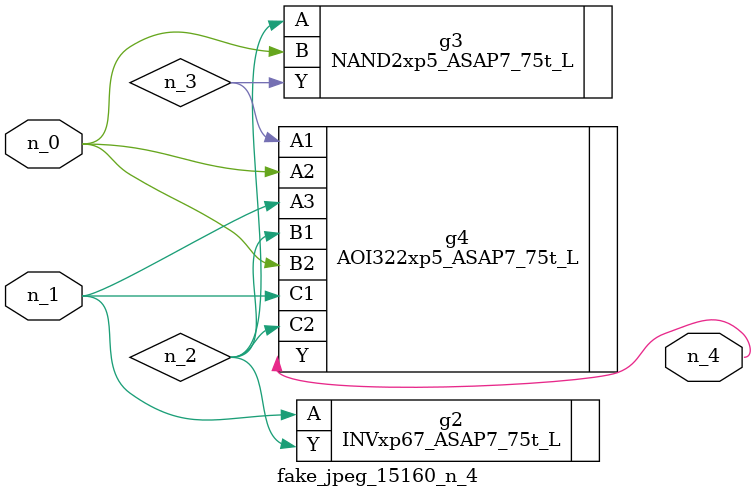
<source format=v>
module fake_jpeg_15160_n_4 (n_0, n_1, n_4);

input n_0;
input n_1;

output n_4;

wire n_3;
wire n_2;

INVxp67_ASAP7_75t_L g2 ( 
.A(n_1),
.Y(n_2)
);

NAND2xp5_ASAP7_75t_L g3 ( 
.A(n_2),
.B(n_0),
.Y(n_3)
);

AOI322xp5_ASAP7_75t_L g4 ( 
.A1(n_3),
.A2(n_0),
.A3(n_1),
.B1(n_2),
.B2(n_0),
.C1(n_1),
.C2(n_2),
.Y(n_4)
);


endmodule
</source>
